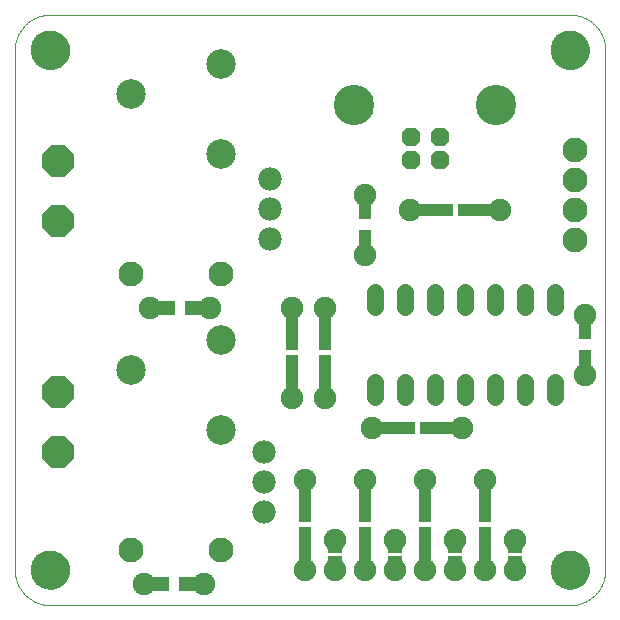
<source format=gts>
G75*
%MOIN*%
%OFA0B0*%
%FSLAX25Y25*%
%IPPOS*%
%LPD*%
%AMOC8*
5,1,8,0,0,1.08239X$1,22.5*
%
%ADD10C,0.00000*%
%ADD11C,0.12998*%
%ADD12R,0.04337X0.10636*%
%ADD13C,0.07487*%
%ADD14C,0.05600*%
%ADD15R,0.12998X0.04337*%
%ADD16OC8,0.06140*%
%ADD17C,0.13455*%
%ADD18R,0.04337X0.12998*%
%ADD19R,0.05124X0.03550*%
%ADD20C,0.08274*%
%ADD21C,0.09849*%
%ADD22OC8,0.10400*%
%ADD23C,0.07800*%
%ADD24R,0.10636X0.05124*%
D10*
X0005724Y0017535D02*
X0005724Y0190764D01*
X0011236Y0190764D02*
X0011238Y0190922D01*
X0011244Y0191080D01*
X0011254Y0191238D01*
X0011268Y0191396D01*
X0011286Y0191553D01*
X0011307Y0191710D01*
X0011333Y0191866D01*
X0011363Y0192022D01*
X0011396Y0192177D01*
X0011434Y0192330D01*
X0011475Y0192483D01*
X0011520Y0192635D01*
X0011569Y0192786D01*
X0011622Y0192935D01*
X0011678Y0193083D01*
X0011738Y0193229D01*
X0011802Y0193374D01*
X0011870Y0193517D01*
X0011941Y0193659D01*
X0012015Y0193799D01*
X0012093Y0193936D01*
X0012175Y0194072D01*
X0012259Y0194206D01*
X0012348Y0194337D01*
X0012439Y0194466D01*
X0012534Y0194593D01*
X0012631Y0194718D01*
X0012732Y0194840D01*
X0012836Y0194959D01*
X0012943Y0195076D01*
X0013053Y0195190D01*
X0013166Y0195301D01*
X0013281Y0195410D01*
X0013399Y0195515D01*
X0013520Y0195617D01*
X0013643Y0195717D01*
X0013769Y0195813D01*
X0013897Y0195906D01*
X0014027Y0195996D01*
X0014160Y0196082D01*
X0014295Y0196166D01*
X0014431Y0196245D01*
X0014570Y0196322D01*
X0014711Y0196394D01*
X0014853Y0196464D01*
X0014997Y0196529D01*
X0015143Y0196591D01*
X0015290Y0196649D01*
X0015439Y0196704D01*
X0015589Y0196755D01*
X0015740Y0196802D01*
X0015892Y0196845D01*
X0016045Y0196884D01*
X0016200Y0196920D01*
X0016355Y0196951D01*
X0016511Y0196979D01*
X0016667Y0197003D01*
X0016824Y0197023D01*
X0016982Y0197039D01*
X0017139Y0197051D01*
X0017298Y0197059D01*
X0017456Y0197063D01*
X0017614Y0197063D01*
X0017772Y0197059D01*
X0017931Y0197051D01*
X0018088Y0197039D01*
X0018246Y0197023D01*
X0018403Y0197003D01*
X0018559Y0196979D01*
X0018715Y0196951D01*
X0018870Y0196920D01*
X0019025Y0196884D01*
X0019178Y0196845D01*
X0019330Y0196802D01*
X0019481Y0196755D01*
X0019631Y0196704D01*
X0019780Y0196649D01*
X0019927Y0196591D01*
X0020073Y0196529D01*
X0020217Y0196464D01*
X0020359Y0196394D01*
X0020500Y0196322D01*
X0020639Y0196245D01*
X0020775Y0196166D01*
X0020910Y0196082D01*
X0021043Y0195996D01*
X0021173Y0195906D01*
X0021301Y0195813D01*
X0021427Y0195717D01*
X0021550Y0195617D01*
X0021671Y0195515D01*
X0021789Y0195410D01*
X0021904Y0195301D01*
X0022017Y0195190D01*
X0022127Y0195076D01*
X0022234Y0194959D01*
X0022338Y0194840D01*
X0022439Y0194718D01*
X0022536Y0194593D01*
X0022631Y0194466D01*
X0022722Y0194337D01*
X0022811Y0194206D01*
X0022895Y0194072D01*
X0022977Y0193936D01*
X0023055Y0193799D01*
X0023129Y0193659D01*
X0023200Y0193517D01*
X0023268Y0193374D01*
X0023332Y0193229D01*
X0023392Y0193083D01*
X0023448Y0192935D01*
X0023501Y0192786D01*
X0023550Y0192635D01*
X0023595Y0192483D01*
X0023636Y0192330D01*
X0023674Y0192177D01*
X0023707Y0192022D01*
X0023737Y0191866D01*
X0023763Y0191710D01*
X0023784Y0191553D01*
X0023802Y0191396D01*
X0023816Y0191238D01*
X0023826Y0191080D01*
X0023832Y0190922D01*
X0023834Y0190764D01*
X0023832Y0190606D01*
X0023826Y0190448D01*
X0023816Y0190290D01*
X0023802Y0190132D01*
X0023784Y0189975D01*
X0023763Y0189818D01*
X0023737Y0189662D01*
X0023707Y0189506D01*
X0023674Y0189351D01*
X0023636Y0189198D01*
X0023595Y0189045D01*
X0023550Y0188893D01*
X0023501Y0188742D01*
X0023448Y0188593D01*
X0023392Y0188445D01*
X0023332Y0188299D01*
X0023268Y0188154D01*
X0023200Y0188011D01*
X0023129Y0187869D01*
X0023055Y0187729D01*
X0022977Y0187592D01*
X0022895Y0187456D01*
X0022811Y0187322D01*
X0022722Y0187191D01*
X0022631Y0187062D01*
X0022536Y0186935D01*
X0022439Y0186810D01*
X0022338Y0186688D01*
X0022234Y0186569D01*
X0022127Y0186452D01*
X0022017Y0186338D01*
X0021904Y0186227D01*
X0021789Y0186118D01*
X0021671Y0186013D01*
X0021550Y0185911D01*
X0021427Y0185811D01*
X0021301Y0185715D01*
X0021173Y0185622D01*
X0021043Y0185532D01*
X0020910Y0185446D01*
X0020775Y0185362D01*
X0020639Y0185283D01*
X0020500Y0185206D01*
X0020359Y0185134D01*
X0020217Y0185064D01*
X0020073Y0184999D01*
X0019927Y0184937D01*
X0019780Y0184879D01*
X0019631Y0184824D01*
X0019481Y0184773D01*
X0019330Y0184726D01*
X0019178Y0184683D01*
X0019025Y0184644D01*
X0018870Y0184608D01*
X0018715Y0184577D01*
X0018559Y0184549D01*
X0018403Y0184525D01*
X0018246Y0184505D01*
X0018088Y0184489D01*
X0017931Y0184477D01*
X0017772Y0184469D01*
X0017614Y0184465D01*
X0017456Y0184465D01*
X0017298Y0184469D01*
X0017139Y0184477D01*
X0016982Y0184489D01*
X0016824Y0184505D01*
X0016667Y0184525D01*
X0016511Y0184549D01*
X0016355Y0184577D01*
X0016200Y0184608D01*
X0016045Y0184644D01*
X0015892Y0184683D01*
X0015740Y0184726D01*
X0015589Y0184773D01*
X0015439Y0184824D01*
X0015290Y0184879D01*
X0015143Y0184937D01*
X0014997Y0184999D01*
X0014853Y0185064D01*
X0014711Y0185134D01*
X0014570Y0185206D01*
X0014431Y0185283D01*
X0014295Y0185362D01*
X0014160Y0185446D01*
X0014027Y0185532D01*
X0013897Y0185622D01*
X0013769Y0185715D01*
X0013643Y0185811D01*
X0013520Y0185911D01*
X0013399Y0186013D01*
X0013281Y0186118D01*
X0013166Y0186227D01*
X0013053Y0186338D01*
X0012943Y0186452D01*
X0012836Y0186569D01*
X0012732Y0186688D01*
X0012631Y0186810D01*
X0012534Y0186935D01*
X0012439Y0187062D01*
X0012348Y0187191D01*
X0012259Y0187322D01*
X0012175Y0187456D01*
X0012093Y0187592D01*
X0012015Y0187729D01*
X0011941Y0187869D01*
X0011870Y0188011D01*
X0011802Y0188154D01*
X0011738Y0188299D01*
X0011678Y0188445D01*
X0011622Y0188593D01*
X0011569Y0188742D01*
X0011520Y0188893D01*
X0011475Y0189045D01*
X0011434Y0189198D01*
X0011396Y0189351D01*
X0011363Y0189506D01*
X0011333Y0189662D01*
X0011307Y0189818D01*
X0011286Y0189975D01*
X0011268Y0190132D01*
X0011254Y0190290D01*
X0011244Y0190448D01*
X0011238Y0190606D01*
X0011236Y0190764D01*
X0005724Y0190764D02*
X0005727Y0191049D01*
X0005738Y0191335D01*
X0005755Y0191620D01*
X0005779Y0191904D01*
X0005810Y0192188D01*
X0005848Y0192471D01*
X0005893Y0192752D01*
X0005944Y0193033D01*
X0006002Y0193313D01*
X0006067Y0193591D01*
X0006139Y0193867D01*
X0006217Y0194141D01*
X0006302Y0194414D01*
X0006394Y0194684D01*
X0006492Y0194952D01*
X0006596Y0195218D01*
X0006707Y0195481D01*
X0006824Y0195741D01*
X0006947Y0195999D01*
X0007077Y0196253D01*
X0007213Y0196504D01*
X0007354Y0196752D01*
X0007502Y0196996D01*
X0007655Y0197237D01*
X0007815Y0197473D01*
X0007980Y0197706D01*
X0008150Y0197935D01*
X0008326Y0198160D01*
X0008508Y0198380D01*
X0008694Y0198596D01*
X0008886Y0198807D01*
X0009083Y0199014D01*
X0009285Y0199216D01*
X0009492Y0199413D01*
X0009703Y0199605D01*
X0009919Y0199791D01*
X0010139Y0199973D01*
X0010364Y0200149D01*
X0010593Y0200319D01*
X0010826Y0200484D01*
X0011062Y0200644D01*
X0011303Y0200797D01*
X0011547Y0200945D01*
X0011795Y0201086D01*
X0012046Y0201222D01*
X0012300Y0201352D01*
X0012558Y0201475D01*
X0012818Y0201592D01*
X0013081Y0201703D01*
X0013347Y0201807D01*
X0013615Y0201905D01*
X0013885Y0201997D01*
X0014158Y0202082D01*
X0014432Y0202160D01*
X0014708Y0202232D01*
X0014986Y0202297D01*
X0015266Y0202355D01*
X0015547Y0202406D01*
X0015828Y0202451D01*
X0016111Y0202489D01*
X0016395Y0202520D01*
X0016679Y0202544D01*
X0016964Y0202561D01*
X0017250Y0202572D01*
X0017535Y0202575D01*
X0190764Y0202575D01*
X0184465Y0190764D02*
X0184467Y0190922D01*
X0184473Y0191080D01*
X0184483Y0191238D01*
X0184497Y0191396D01*
X0184515Y0191553D01*
X0184536Y0191710D01*
X0184562Y0191866D01*
X0184592Y0192022D01*
X0184625Y0192177D01*
X0184663Y0192330D01*
X0184704Y0192483D01*
X0184749Y0192635D01*
X0184798Y0192786D01*
X0184851Y0192935D01*
X0184907Y0193083D01*
X0184967Y0193229D01*
X0185031Y0193374D01*
X0185099Y0193517D01*
X0185170Y0193659D01*
X0185244Y0193799D01*
X0185322Y0193936D01*
X0185404Y0194072D01*
X0185488Y0194206D01*
X0185577Y0194337D01*
X0185668Y0194466D01*
X0185763Y0194593D01*
X0185860Y0194718D01*
X0185961Y0194840D01*
X0186065Y0194959D01*
X0186172Y0195076D01*
X0186282Y0195190D01*
X0186395Y0195301D01*
X0186510Y0195410D01*
X0186628Y0195515D01*
X0186749Y0195617D01*
X0186872Y0195717D01*
X0186998Y0195813D01*
X0187126Y0195906D01*
X0187256Y0195996D01*
X0187389Y0196082D01*
X0187524Y0196166D01*
X0187660Y0196245D01*
X0187799Y0196322D01*
X0187940Y0196394D01*
X0188082Y0196464D01*
X0188226Y0196529D01*
X0188372Y0196591D01*
X0188519Y0196649D01*
X0188668Y0196704D01*
X0188818Y0196755D01*
X0188969Y0196802D01*
X0189121Y0196845D01*
X0189274Y0196884D01*
X0189429Y0196920D01*
X0189584Y0196951D01*
X0189740Y0196979D01*
X0189896Y0197003D01*
X0190053Y0197023D01*
X0190211Y0197039D01*
X0190368Y0197051D01*
X0190527Y0197059D01*
X0190685Y0197063D01*
X0190843Y0197063D01*
X0191001Y0197059D01*
X0191160Y0197051D01*
X0191317Y0197039D01*
X0191475Y0197023D01*
X0191632Y0197003D01*
X0191788Y0196979D01*
X0191944Y0196951D01*
X0192099Y0196920D01*
X0192254Y0196884D01*
X0192407Y0196845D01*
X0192559Y0196802D01*
X0192710Y0196755D01*
X0192860Y0196704D01*
X0193009Y0196649D01*
X0193156Y0196591D01*
X0193302Y0196529D01*
X0193446Y0196464D01*
X0193588Y0196394D01*
X0193729Y0196322D01*
X0193868Y0196245D01*
X0194004Y0196166D01*
X0194139Y0196082D01*
X0194272Y0195996D01*
X0194402Y0195906D01*
X0194530Y0195813D01*
X0194656Y0195717D01*
X0194779Y0195617D01*
X0194900Y0195515D01*
X0195018Y0195410D01*
X0195133Y0195301D01*
X0195246Y0195190D01*
X0195356Y0195076D01*
X0195463Y0194959D01*
X0195567Y0194840D01*
X0195668Y0194718D01*
X0195765Y0194593D01*
X0195860Y0194466D01*
X0195951Y0194337D01*
X0196040Y0194206D01*
X0196124Y0194072D01*
X0196206Y0193936D01*
X0196284Y0193799D01*
X0196358Y0193659D01*
X0196429Y0193517D01*
X0196497Y0193374D01*
X0196561Y0193229D01*
X0196621Y0193083D01*
X0196677Y0192935D01*
X0196730Y0192786D01*
X0196779Y0192635D01*
X0196824Y0192483D01*
X0196865Y0192330D01*
X0196903Y0192177D01*
X0196936Y0192022D01*
X0196966Y0191866D01*
X0196992Y0191710D01*
X0197013Y0191553D01*
X0197031Y0191396D01*
X0197045Y0191238D01*
X0197055Y0191080D01*
X0197061Y0190922D01*
X0197063Y0190764D01*
X0197061Y0190606D01*
X0197055Y0190448D01*
X0197045Y0190290D01*
X0197031Y0190132D01*
X0197013Y0189975D01*
X0196992Y0189818D01*
X0196966Y0189662D01*
X0196936Y0189506D01*
X0196903Y0189351D01*
X0196865Y0189198D01*
X0196824Y0189045D01*
X0196779Y0188893D01*
X0196730Y0188742D01*
X0196677Y0188593D01*
X0196621Y0188445D01*
X0196561Y0188299D01*
X0196497Y0188154D01*
X0196429Y0188011D01*
X0196358Y0187869D01*
X0196284Y0187729D01*
X0196206Y0187592D01*
X0196124Y0187456D01*
X0196040Y0187322D01*
X0195951Y0187191D01*
X0195860Y0187062D01*
X0195765Y0186935D01*
X0195668Y0186810D01*
X0195567Y0186688D01*
X0195463Y0186569D01*
X0195356Y0186452D01*
X0195246Y0186338D01*
X0195133Y0186227D01*
X0195018Y0186118D01*
X0194900Y0186013D01*
X0194779Y0185911D01*
X0194656Y0185811D01*
X0194530Y0185715D01*
X0194402Y0185622D01*
X0194272Y0185532D01*
X0194139Y0185446D01*
X0194004Y0185362D01*
X0193868Y0185283D01*
X0193729Y0185206D01*
X0193588Y0185134D01*
X0193446Y0185064D01*
X0193302Y0184999D01*
X0193156Y0184937D01*
X0193009Y0184879D01*
X0192860Y0184824D01*
X0192710Y0184773D01*
X0192559Y0184726D01*
X0192407Y0184683D01*
X0192254Y0184644D01*
X0192099Y0184608D01*
X0191944Y0184577D01*
X0191788Y0184549D01*
X0191632Y0184525D01*
X0191475Y0184505D01*
X0191317Y0184489D01*
X0191160Y0184477D01*
X0191001Y0184469D01*
X0190843Y0184465D01*
X0190685Y0184465D01*
X0190527Y0184469D01*
X0190368Y0184477D01*
X0190211Y0184489D01*
X0190053Y0184505D01*
X0189896Y0184525D01*
X0189740Y0184549D01*
X0189584Y0184577D01*
X0189429Y0184608D01*
X0189274Y0184644D01*
X0189121Y0184683D01*
X0188969Y0184726D01*
X0188818Y0184773D01*
X0188668Y0184824D01*
X0188519Y0184879D01*
X0188372Y0184937D01*
X0188226Y0184999D01*
X0188082Y0185064D01*
X0187940Y0185134D01*
X0187799Y0185206D01*
X0187660Y0185283D01*
X0187524Y0185362D01*
X0187389Y0185446D01*
X0187256Y0185532D01*
X0187126Y0185622D01*
X0186998Y0185715D01*
X0186872Y0185811D01*
X0186749Y0185911D01*
X0186628Y0186013D01*
X0186510Y0186118D01*
X0186395Y0186227D01*
X0186282Y0186338D01*
X0186172Y0186452D01*
X0186065Y0186569D01*
X0185961Y0186688D01*
X0185860Y0186810D01*
X0185763Y0186935D01*
X0185668Y0187062D01*
X0185577Y0187191D01*
X0185488Y0187322D01*
X0185404Y0187456D01*
X0185322Y0187592D01*
X0185244Y0187729D01*
X0185170Y0187869D01*
X0185099Y0188011D01*
X0185031Y0188154D01*
X0184967Y0188299D01*
X0184907Y0188445D01*
X0184851Y0188593D01*
X0184798Y0188742D01*
X0184749Y0188893D01*
X0184704Y0189045D01*
X0184663Y0189198D01*
X0184625Y0189351D01*
X0184592Y0189506D01*
X0184562Y0189662D01*
X0184536Y0189818D01*
X0184515Y0189975D01*
X0184497Y0190132D01*
X0184483Y0190290D01*
X0184473Y0190448D01*
X0184467Y0190606D01*
X0184465Y0190764D01*
X0190764Y0202575D02*
X0191049Y0202572D01*
X0191335Y0202561D01*
X0191620Y0202544D01*
X0191904Y0202520D01*
X0192188Y0202489D01*
X0192471Y0202451D01*
X0192752Y0202406D01*
X0193033Y0202355D01*
X0193313Y0202297D01*
X0193591Y0202232D01*
X0193867Y0202160D01*
X0194141Y0202082D01*
X0194414Y0201997D01*
X0194684Y0201905D01*
X0194952Y0201807D01*
X0195218Y0201703D01*
X0195481Y0201592D01*
X0195741Y0201475D01*
X0195999Y0201352D01*
X0196253Y0201222D01*
X0196504Y0201086D01*
X0196752Y0200945D01*
X0196996Y0200797D01*
X0197237Y0200644D01*
X0197473Y0200484D01*
X0197706Y0200319D01*
X0197935Y0200149D01*
X0198160Y0199973D01*
X0198380Y0199791D01*
X0198596Y0199605D01*
X0198807Y0199413D01*
X0199014Y0199216D01*
X0199216Y0199014D01*
X0199413Y0198807D01*
X0199605Y0198596D01*
X0199791Y0198380D01*
X0199973Y0198160D01*
X0200149Y0197935D01*
X0200319Y0197706D01*
X0200484Y0197473D01*
X0200644Y0197237D01*
X0200797Y0196996D01*
X0200945Y0196752D01*
X0201086Y0196504D01*
X0201222Y0196253D01*
X0201352Y0195999D01*
X0201475Y0195741D01*
X0201592Y0195481D01*
X0201703Y0195218D01*
X0201807Y0194952D01*
X0201905Y0194684D01*
X0201997Y0194414D01*
X0202082Y0194141D01*
X0202160Y0193867D01*
X0202232Y0193591D01*
X0202297Y0193313D01*
X0202355Y0193033D01*
X0202406Y0192752D01*
X0202451Y0192471D01*
X0202489Y0192188D01*
X0202520Y0191904D01*
X0202544Y0191620D01*
X0202561Y0191335D01*
X0202572Y0191049D01*
X0202575Y0190764D01*
X0202575Y0017535D01*
X0184465Y0017535D02*
X0184467Y0017693D01*
X0184473Y0017851D01*
X0184483Y0018009D01*
X0184497Y0018167D01*
X0184515Y0018324D01*
X0184536Y0018481D01*
X0184562Y0018637D01*
X0184592Y0018793D01*
X0184625Y0018948D01*
X0184663Y0019101D01*
X0184704Y0019254D01*
X0184749Y0019406D01*
X0184798Y0019557D01*
X0184851Y0019706D01*
X0184907Y0019854D01*
X0184967Y0020000D01*
X0185031Y0020145D01*
X0185099Y0020288D01*
X0185170Y0020430D01*
X0185244Y0020570D01*
X0185322Y0020707D01*
X0185404Y0020843D01*
X0185488Y0020977D01*
X0185577Y0021108D01*
X0185668Y0021237D01*
X0185763Y0021364D01*
X0185860Y0021489D01*
X0185961Y0021611D01*
X0186065Y0021730D01*
X0186172Y0021847D01*
X0186282Y0021961D01*
X0186395Y0022072D01*
X0186510Y0022181D01*
X0186628Y0022286D01*
X0186749Y0022388D01*
X0186872Y0022488D01*
X0186998Y0022584D01*
X0187126Y0022677D01*
X0187256Y0022767D01*
X0187389Y0022853D01*
X0187524Y0022937D01*
X0187660Y0023016D01*
X0187799Y0023093D01*
X0187940Y0023165D01*
X0188082Y0023235D01*
X0188226Y0023300D01*
X0188372Y0023362D01*
X0188519Y0023420D01*
X0188668Y0023475D01*
X0188818Y0023526D01*
X0188969Y0023573D01*
X0189121Y0023616D01*
X0189274Y0023655D01*
X0189429Y0023691D01*
X0189584Y0023722D01*
X0189740Y0023750D01*
X0189896Y0023774D01*
X0190053Y0023794D01*
X0190211Y0023810D01*
X0190368Y0023822D01*
X0190527Y0023830D01*
X0190685Y0023834D01*
X0190843Y0023834D01*
X0191001Y0023830D01*
X0191160Y0023822D01*
X0191317Y0023810D01*
X0191475Y0023794D01*
X0191632Y0023774D01*
X0191788Y0023750D01*
X0191944Y0023722D01*
X0192099Y0023691D01*
X0192254Y0023655D01*
X0192407Y0023616D01*
X0192559Y0023573D01*
X0192710Y0023526D01*
X0192860Y0023475D01*
X0193009Y0023420D01*
X0193156Y0023362D01*
X0193302Y0023300D01*
X0193446Y0023235D01*
X0193588Y0023165D01*
X0193729Y0023093D01*
X0193868Y0023016D01*
X0194004Y0022937D01*
X0194139Y0022853D01*
X0194272Y0022767D01*
X0194402Y0022677D01*
X0194530Y0022584D01*
X0194656Y0022488D01*
X0194779Y0022388D01*
X0194900Y0022286D01*
X0195018Y0022181D01*
X0195133Y0022072D01*
X0195246Y0021961D01*
X0195356Y0021847D01*
X0195463Y0021730D01*
X0195567Y0021611D01*
X0195668Y0021489D01*
X0195765Y0021364D01*
X0195860Y0021237D01*
X0195951Y0021108D01*
X0196040Y0020977D01*
X0196124Y0020843D01*
X0196206Y0020707D01*
X0196284Y0020570D01*
X0196358Y0020430D01*
X0196429Y0020288D01*
X0196497Y0020145D01*
X0196561Y0020000D01*
X0196621Y0019854D01*
X0196677Y0019706D01*
X0196730Y0019557D01*
X0196779Y0019406D01*
X0196824Y0019254D01*
X0196865Y0019101D01*
X0196903Y0018948D01*
X0196936Y0018793D01*
X0196966Y0018637D01*
X0196992Y0018481D01*
X0197013Y0018324D01*
X0197031Y0018167D01*
X0197045Y0018009D01*
X0197055Y0017851D01*
X0197061Y0017693D01*
X0197063Y0017535D01*
X0197061Y0017377D01*
X0197055Y0017219D01*
X0197045Y0017061D01*
X0197031Y0016903D01*
X0197013Y0016746D01*
X0196992Y0016589D01*
X0196966Y0016433D01*
X0196936Y0016277D01*
X0196903Y0016122D01*
X0196865Y0015969D01*
X0196824Y0015816D01*
X0196779Y0015664D01*
X0196730Y0015513D01*
X0196677Y0015364D01*
X0196621Y0015216D01*
X0196561Y0015070D01*
X0196497Y0014925D01*
X0196429Y0014782D01*
X0196358Y0014640D01*
X0196284Y0014500D01*
X0196206Y0014363D01*
X0196124Y0014227D01*
X0196040Y0014093D01*
X0195951Y0013962D01*
X0195860Y0013833D01*
X0195765Y0013706D01*
X0195668Y0013581D01*
X0195567Y0013459D01*
X0195463Y0013340D01*
X0195356Y0013223D01*
X0195246Y0013109D01*
X0195133Y0012998D01*
X0195018Y0012889D01*
X0194900Y0012784D01*
X0194779Y0012682D01*
X0194656Y0012582D01*
X0194530Y0012486D01*
X0194402Y0012393D01*
X0194272Y0012303D01*
X0194139Y0012217D01*
X0194004Y0012133D01*
X0193868Y0012054D01*
X0193729Y0011977D01*
X0193588Y0011905D01*
X0193446Y0011835D01*
X0193302Y0011770D01*
X0193156Y0011708D01*
X0193009Y0011650D01*
X0192860Y0011595D01*
X0192710Y0011544D01*
X0192559Y0011497D01*
X0192407Y0011454D01*
X0192254Y0011415D01*
X0192099Y0011379D01*
X0191944Y0011348D01*
X0191788Y0011320D01*
X0191632Y0011296D01*
X0191475Y0011276D01*
X0191317Y0011260D01*
X0191160Y0011248D01*
X0191001Y0011240D01*
X0190843Y0011236D01*
X0190685Y0011236D01*
X0190527Y0011240D01*
X0190368Y0011248D01*
X0190211Y0011260D01*
X0190053Y0011276D01*
X0189896Y0011296D01*
X0189740Y0011320D01*
X0189584Y0011348D01*
X0189429Y0011379D01*
X0189274Y0011415D01*
X0189121Y0011454D01*
X0188969Y0011497D01*
X0188818Y0011544D01*
X0188668Y0011595D01*
X0188519Y0011650D01*
X0188372Y0011708D01*
X0188226Y0011770D01*
X0188082Y0011835D01*
X0187940Y0011905D01*
X0187799Y0011977D01*
X0187660Y0012054D01*
X0187524Y0012133D01*
X0187389Y0012217D01*
X0187256Y0012303D01*
X0187126Y0012393D01*
X0186998Y0012486D01*
X0186872Y0012582D01*
X0186749Y0012682D01*
X0186628Y0012784D01*
X0186510Y0012889D01*
X0186395Y0012998D01*
X0186282Y0013109D01*
X0186172Y0013223D01*
X0186065Y0013340D01*
X0185961Y0013459D01*
X0185860Y0013581D01*
X0185763Y0013706D01*
X0185668Y0013833D01*
X0185577Y0013962D01*
X0185488Y0014093D01*
X0185404Y0014227D01*
X0185322Y0014363D01*
X0185244Y0014500D01*
X0185170Y0014640D01*
X0185099Y0014782D01*
X0185031Y0014925D01*
X0184967Y0015070D01*
X0184907Y0015216D01*
X0184851Y0015364D01*
X0184798Y0015513D01*
X0184749Y0015664D01*
X0184704Y0015816D01*
X0184663Y0015969D01*
X0184625Y0016122D01*
X0184592Y0016277D01*
X0184562Y0016433D01*
X0184536Y0016589D01*
X0184515Y0016746D01*
X0184497Y0016903D01*
X0184483Y0017061D01*
X0184473Y0017219D01*
X0184467Y0017377D01*
X0184465Y0017535D01*
X0190764Y0005724D02*
X0191049Y0005727D01*
X0191335Y0005738D01*
X0191620Y0005755D01*
X0191904Y0005779D01*
X0192188Y0005810D01*
X0192471Y0005848D01*
X0192752Y0005893D01*
X0193033Y0005944D01*
X0193313Y0006002D01*
X0193591Y0006067D01*
X0193867Y0006139D01*
X0194141Y0006217D01*
X0194414Y0006302D01*
X0194684Y0006394D01*
X0194952Y0006492D01*
X0195218Y0006596D01*
X0195481Y0006707D01*
X0195741Y0006824D01*
X0195999Y0006947D01*
X0196253Y0007077D01*
X0196504Y0007213D01*
X0196752Y0007354D01*
X0196996Y0007502D01*
X0197237Y0007655D01*
X0197473Y0007815D01*
X0197706Y0007980D01*
X0197935Y0008150D01*
X0198160Y0008326D01*
X0198380Y0008508D01*
X0198596Y0008694D01*
X0198807Y0008886D01*
X0199014Y0009083D01*
X0199216Y0009285D01*
X0199413Y0009492D01*
X0199605Y0009703D01*
X0199791Y0009919D01*
X0199973Y0010139D01*
X0200149Y0010364D01*
X0200319Y0010593D01*
X0200484Y0010826D01*
X0200644Y0011062D01*
X0200797Y0011303D01*
X0200945Y0011547D01*
X0201086Y0011795D01*
X0201222Y0012046D01*
X0201352Y0012300D01*
X0201475Y0012558D01*
X0201592Y0012818D01*
X0201703Y0013081D01*
X0201807Y0013347D01*
X0201905Y0013615D01*
X0201997Y0013885D01*
X0202082Y0014158D01*
X0202160Y0014432D01*
X0202232Y0014708D01*
X0202297Y0014986D01*
X0202355Y0015266D01*
X0202406Y0015547D01*
X0202451Y0015828D01*
X0202489Y0016111D01*
X0202520Y0016395D01*
X0202544Y0016679D01*
X0202561Y0016964D01*
X0202572Y0017250D01*
X0202575Y0017535D01*
X0190764Y0005724D02*
X0017535Y0005724D01*
X0011236Y0017535D02*
X0011238Y0017693D01*
X0011244Y0017851D01*
X0011254Y0018009D01*
X0011268Y0018167D01*
X0011286Y0018324D01*
X0011307Y0018481D01*
X0011333Y0018637D01*
X0011363Y0018793D01*
X0011396Y0018948D01*
X0011434Y0019101D01*
X0011475Y0019254D01*
X0011520Y0019406D01*
X0011569Y0019557D01*
X0011622Y0019706D01*
X0011678Y0019854D01*
X0011738Y0020000D01*
X0011802Y0020145D01*
X0011870Y0020288D01*
X0011941Y0020430D01*
X0012015Y0020570D01*
X0012093Y0020707D01*
X0012175Y0020843D01*
X0012259Y0020977D01*
X0012348Y0021108D01*
X0012439Y0021237D01*
X0012534Y0021364D01*
X0012631Y0021489D01*
X0012732Y0021611D01*
X0012836Y0021730D01*
X0012943Y0021847D01*
X0013053Y0021961D01*
X0013166Y0022072D01*
X0013281Y0022181D01*
X0013399Y0022286D01*
X0013520Y0022388D01*
X0013643Y0022488D01*
X0013769Y0022584D01*
X0013897Y0022677D01*
X0014027Y0022767D01*
X0014160Y0022853D01*
X0014295Y0022937D01*
X0014431Y0023016D01*
X0014570Y0023093D01*
X0014711Y0023165D01*
X0014853Y0023235D01*
X0014997Y0023300D01*
X0015143Y0023362D01*
X0015290Y0023420D01*
X0015439Y0023475D01*
X0015589Y0023526D01*
X0015740Y0023573D01*
X0015892Y0023616D01*
X0016045Y0023655D01*
X0016200Y0023691D01*
X0016355Y0023722D01*
X0016511Y0023750D01*
X0016667Y0023774D01*
X0016824Y0023794D01*
X0016982Y0023810D01*
X0017139Y0023822D01*
X0017298Y0023830D01*
X0017456Y0023834D01*
X0017614Y0023834D01*
X0017772Y0023830D01*
X0017931Y0023822D01*
X0018088Y0023810D01*
X0018246Y0023794D01*
X0018403Y0023774D01*
X0018559Y0023750D01*
X0018715Y0023722D01*
X0018870Y0023691D01*
X0019025Y0023655D01*
X0019178Y0023616D01*
X0019330Y0023573D01*
X0019481Y0023526D01*
X0019631Y0023475D01*
X0019780Y0023420D01*
X0019927Y0023362D01*
X0020073Y0023300D01*
X0020217Y0023235D01*
X0020359Y0023165D01*
X0020500Y0023093D01*
X0020639Y0023016D01*
X0020775Y0022937D01*
X0020910Y0022853D01*
X0021043Y0022767D01*
X0021173Y0022677D01*
X0021301Y0022584D01*
X0021427Y0022488D01*
X0021550Y0022388D01*
X0021671Y0022286D01*
X0021789Y0022181D01*
X0021904Y0022072D01*
X0022017Y0021961D01*
X0022127Y0021847D01*
X0022234Y0021730D01*
X0022338Y0021611D01*
X0022439Y0021489D01*
X0022536Y0021364D01*
X0022631Y0021237D01*
X0022722Y0021108D01*
X0022811Y0020977D01*
X0022895Y0020843D01*
X0022977Y0020707D01*
X0023055Y0020570D01*
X0023129Y0020430D01*
X0023200Y0020288D01*
X0023268Y0020145D01*
X0023332Y0020000D01*
X0023392Y0019854D01*
X0023448Y0019706D01*
X0023501Y0019557D01*
X0023550Y0019406D01*
X0023595Y0019254D01*
X0023636Y0019101D01*
X0023674Y0018948D01*
X0023707Y0018793D01*
X0023737Y0018637D01*
X0023763Y0018481D01*
X0023784Y0018324D01*
X0023802Y0018167D01*
X0023816Y0018009D01*
X0023826Y0017851D01*
X0023832Y0017693D01*
X0023834Y0017535D01*
X0023832Y0017377D01*
X0023826Y0017219D01*
X0023816Y0017061D01*
X0023802Y0016903D01*
X0023784Y0016746D01*
X0023763Y0016589D01*
X0023737Y0016433D01*
X0023707Y0016277D01*
X0023674Y0016122D01*
X0023636Y0015969D01*
X0023595Y0015816D01*
X0023550Y0015664D01*
X0023501Y0015513D01*
X0023448Y0015364D01*
X0023392Y0015216D01*
X0023332Y0015070D01*
X0023268Y0014925D01*
X0023200Y0014782D01*
X0023129Y0014640D01*
X0023055Y0014500D01*
X0022977Y0014363D01*
X0022895Y0014227D01*
X0022811Y0014093D01*
X0022722Y0013962D01*
X0022631Y0013833D01*
X0022536Y0013706D01*
X0022439Y0013581D01*
X0022338Y0013459D01*
X0022234Y0013340D01*
X0022127Y0013223D01*
X0022017Y0013109D01*
X0021904Y0012998D01*
X0021789Y0012889D01*
X0021671Y0012784D01*
X0021550Y0012682D01*
X0021427Y0012582D01*
X0021301Y0012486D01*
X0021173Y0012393D01*
X0021043Y0012303D01*
X0020910Y0012217D01*
X0020775Y0012133D01*
X0020639Y0012054D01*
X0020500Y0011977D01*
X0020359Y0011905D01*
X0020217Y0011835D01*
X0020073Y0011770D01*
X0019927Y0011708D01*
X0019780Y0011650D01*
X0019631Y0011595D01*
X0019481Y0011544D01*
X0019330Y0011497D01*
X0019178Y0011454D01*
X0019025Y0011415D01*
X0018870Y0011379D01*
X0018715Y0011348D01*
X0018559Y0011320D01*
X0018403Y0011296D01*
X0018246Y0011276D01*
X0018088Y0011260D01*
X0017931Y0011248D01*
X0017772Y0011240D01*
X0017614Y0011236D01*
X0017456Y0011236D01*
X0017298Y0011240D01*
X0017139Y0011248D01*
X0016982Y0011260D01*
X0016824Y0011276D01*
X0016667Y0011296D01*
X0016511Y0011320D01*
X0016355Y0011348D01*
X0016200Y0011379D01*
X0016045Y0011415D01*
X0015892Y0011454D01*
X0015740Y0011497D01*
X0015589Y0011544D01*
X0015439Y0011595D01*
X0015290Y0011650D01*
X0015143Y0011708D01*
X0014997Y0011770D01*
X0014853Y0011835D01*
X0014711Y0011905D01*
X0014570Y0011977D01*
X0014431Y0012054D01*
X0014295Y0012133D01*
X0014160Y0012217D01*
X0014027Y0012303D01*
X0013897Y0012393D01*
X0013769Y0012486D01*
X0013643Y0012582D01*
X0013520Y0012682D01*
X0013399Y0012784D01*
X0013281Y0012889D01*
X0013166Y0012998D01*
X0013053Y0013109D01*
X0012943Y0013223D01*
X0012836Y0013340D01*
X0012732Y0013459D01*
X0012631Y0013581D01*
X0012534Y0013706D01*
X0012439Y0013833D01*
X0012348Y0013962D01*
X0012259Y0014093D01*
X0012175Y0014227D01*
X0012093Y0014363D01*
X0012015Y0014500D01*
X0011941Y0014640D01*
X0011870Y0014782D01*
X0011802Y0014925D01*
X0011738Y0015070D01*
X0011678Y0015216D01*
X0011622Y0015364D01*
X0011569Y0015513D01*
X0011520Y0015664D01*
X0011475Y0015816D01*
X0011434Y0015969D01*
X0011396Y0016122D01*
X0011363Y0016277D01*
X0011333Y0016433D01*
X0011307Y0016589D01*
X0011286Y0016746D01*
X0011268Y0016903D01*
X0011254Y0017061D01*
X0011244Y0017219D01*
X0011238Y0017377D01*
X0011236Y0017535D01*
X0005724Y0017535D02*
X0005727Y0017250D01*
X0005738Y0016964D01*
X0005755Y0016679D01*
X0005779Y0016395D01*
X0005810Y0016111D01*
X0005848Y0015828D01*
X0005893Y0015547D01*
X0005944Y0015266D01*
X0006002Y0014986D01*
X0006067Y0014708D01*
X0006139Y0014432D01*
X0006217Y0014158D01*
X0006302Y0013885D01*
X0006394Y0013615D01*
X0006492Y0013347D01*
X0006596Y0013081D01*
X0006707Y0012818D01*
X0006824Y0012558D01*
X0006947Y0012300D01*
X0007077Y0012046D01*
X0007213Y0011795D01*
X0007354Y0011547D01*
X0007502Y0011303D01*
X0007655Y0011062D01*
X0007815Y0010826D01*
X0007980Y0010593D01*
X0008150Y0010364D01*
X0008326Y0010139D01*
X0008508Y0009919D01*
X0008694Y0009703D01*
X0008886Y0009492D01*
X0009083Y0009285D01*
X0009285Y0009083D01*
X0009492Y0008886D01*
X0009703Y0008694D01*
X0009919Y0008508D01*
X0010139Y0008326D01*
X0010364Y0008150D01*
X0010593Y0007980D01*
X0010826Y0007815D01*
X0011062Y0007655D01*
X0011303Y0007502D01*
X0011547Y0007354D01*
X0011795Y0007213D01*
X0012046Y0007077D01*
X0012300Y0006947D01*
X0012558Y0006824D01*
X0012818Y0006707D01*
X0013081Y0006596D01*
X0013347Y0006492D01*
X0013615Y0006394D01*
X0013885Y0006302D01*
X0014158Y0006217D01*
X0014432Y0006139D01*
X0014708Y0006067D01*
X0014986Y0006002D01*
X0015266Y0005944D01*
X0015547Y0005893D01*
X0015828Y0005848D01*
X0016111Y0005810D01*
X0016395Y0005779D01*
X0016679Y0005755D01*
X0016964Y0005738D01*
X0017250Y0005727D01*
X0017535Y0005724D01*
D11*
X0017535Y0017535D03*
X0017535Y0190764D03*
X0190764Y0190764D03*
X0190764Y0017535D03*
D12*
X0195724Y0085488D03*
X0195724Y0099661D03*
X0122575Y0125488D03*
X0122575Y0139661D03*
D13*
X0122575Y0142575D03*
X0137575Y0137575D03*
X0122575Y0122575D03*
X0109012Y0104937D03*
X0098224Y0104937D03*
X0070724Y0104724D03*
X0050724Y0104724D03*
X0098224Y0074937D03*
X0109012Y0074937D03*
X0124937Y0064937D03*
X0122575Y0047575D03*
X0142575Y0047575D03*
X0154937Y0064937D03*
X0162575Y0047575D03*
X0172575Y0027575D03*
X0172575Y0017575D03*
X0162575Y0017575D03*
X0152575Y0017575D03*
X0152575Y0027575D03*
X0142575Y0017575D03*
X0132575Y0017575D03*
X0132575Y0027575D03*
X0122575Y0017575D03*
X0112575Y0017575D03*
X0112575Y0027575D03*
X0102575Y0017575D03*
X0102575Y0047575D03*
X0068724Y0012724D03*
X0048724Y0012724D03*
X0167575Y0137575D03*
X0195724Y0102575D03*
X0195724Y0082575D03*
D14*
X0185724Y0080175D02*
X0185724Y0074975D01*
X0175724Y0074975D02*
X0175724Y0080175D01*
X0165724Y0080175D02*
X0165724Y0074975D01*
X0155724Y0074975D02*
X0155724Y0080175D01*
X0145724Y0080175D02*
X0145724Y0074975D01*
X0135724Y0074975D02*
X0135724Y0080175D01*
X0125724Y0080175D02*
X0125724Y0074975D01*
X0125724Y0104975D02*
X0125724Y0110175D01*
X0135724Y0110175D02*
X0135724Y0104975D01*
X0145724Y0104975D02*
X0145724Y0110175D01*
X0155724Y0110175D02*
X0155724Y0104975D01*
X0165724Y0104975D02*
X0165724Y0110175D01*
X0175724Y0110175D02*
X0175724Y0104975D01*
X0185724Y0104975D02*
X0185724Y0110175D01*
D15*
X0159661Y0137575D03*
X0145488Y0137575D03*
X0147024Y0064937D03*
X0132850Y0064937D03*
D16*
X0137654Y0154031D03*
X0137654Y0161906D03*
X0147496Y0161906D03*
X0147496Y0154031D03*
D17*
X0166276Y0172575D03*
X0118874Y0172575D03*
D18*
X0109012Y0097024D03*
X0098224Y0097024D03*
X0098224Y0082850D03*
X0109012Y0082850D03*
X0102575Y0039661D03*
X0102575Y0025488D03*
X0122575Y0025488D03*
X0122575Y0039661D03*
X0142575Y0039661D03*
X0142575Y0025488D03*
X0162575Y0025488D03*
X0162575Y0039661D03*
D19*
X0172575Y0024661D03*
X0172575Y0020488D03*
X0152575Y0020488D03*
X0152575Y0024661D03*
X0132575Y0024661D03*
X0132575Y0020488D03*
X0112575Y0020488D03*
X0112575Y0024661D03*
D20*
X0074504Y0024291D03*
X0044504Y0024291D03*
X0044504Y0116291D03*
X0074504Y0116291D03*
X0192575Y0127575D03*
X0192575Y0137575D03*
X0192575Y0147575D03*
X0192575Y0157575D03*
D21*
X0074504Y0156291D03*
X0074504Y0186291D03*
X0044504Y0176291D03*
X0074504Y0094291D03*
X0074504Y0064291D03*
X0044504Y0084291D03*
D22*
X0020189Y0076724D03*
X0020189Y0056724D03*
X0020189Y0133724D03*
X0020189Y0153724D03*
D23*
X0090724Y0147724D03*
X0090724Y0137724D03*
X0090724Y0127724D03*
X0088724Y0056724D03*
X0088724Y0046724D03*
X0088724Y0036724D03*
D24*
X0065811Y0012724D03*
X0051638Y0012724D03*
X0053638Y0104724D03*
X0067811Y0104724D03*
M02*

</source>
